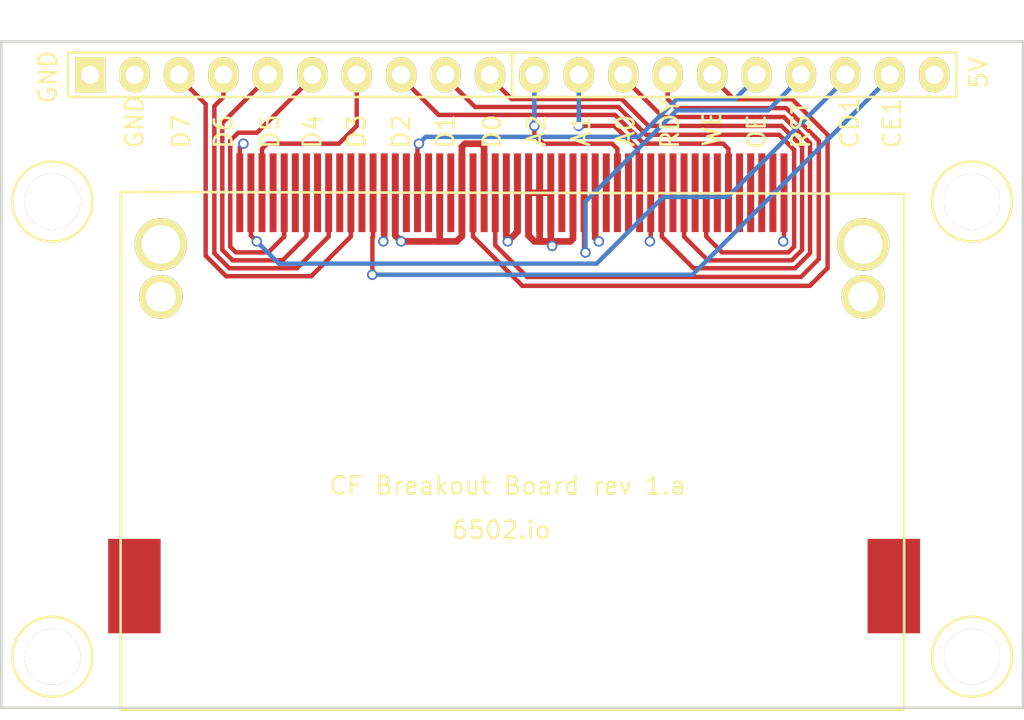
<source format=kicad_pcb>
(kicad_pcb (version 4) (host pcbnew "(2015-08-16 BZR 6097, Git b384c94)-product")

  (general
    (links 33)
    (no_connects 0)
    (area 115.824 77.361 175.768001 118.958)
    (thickness 1.6)
    (drawings 26)
    (tracks 194)
    (zones 0)
    (modules 6)
    (nets 38)
  )

  (page A4)
  (layers
    (0 F.Cu signal)
    (1 In1.Cu power hide)
    (2 In2.Cu power hide)
    (31 B.Cu signal)
    (32 B.Adhes user)
    (33 F.Adhes user)
    (34 B.Paste user)
    (35 F.Paste user)
    (36 B.SilkS user)
    (37 F.SilkS user)
    (38 B.Mask user)
    (39 F.Mask user)
    (40 Dwgs.User user)
    (41 Cmts.User user)
    (42 Eco1.User user)
    (43 Eco2.User user)
    (44 Edge.Cuts user)
    (45 Margin user)
    (46 B.CrtYd user)
    (47 F.CrtYd user)
    (48 B.Fab user)
    (49 F.Fab user)
  )

  (setup
    (last_trace_width 0.25)
    (user_trace_width 0.254)
    (user_trace_width 0.381)
    (user_trace_width 0.635)
    (trace_clearance 0.2)
    (zone_clearance 0.508)
    (zone_45_only no)
    (trace_min 0.2)
    (segment_width 0.2)
    (edge_width 0.15)
    (via_size 0.6)
    (via_drill 0.4)
    (via_min_size 0.4)
    (via_min_drill 0.3)
    (uvia_size 0.3)
    (uvia_drill 0.1)
    (uvias_allowed no)
    (uvia_min_size 0.2)
    (uvia_min_drill 0.1)
    (pcb_text_width 0.3)
    (pcb_text_size 1.5 1.5)
    (mod_edge_width 0.15)
    (mod_text_size 1 1)
    (mod_text_width 0.15)
    (pad_size 3.2 3.2)
    (pad_drill 3.2)
    (pad_to_mask_clearance 0.2)
    (aux_axis_origin 0 0)
    (visible_elements 7FFEFFFF)
    (pcbplotparams
      (layerselection 0x010f0_80000007)
      (usegerberextensions true)
      (excludeedgelayer true)
      (linewidth 0.100000)
      (plotframeref false)
      (viasonmask false)
      (mode 1)
      (useauxorigin false)
      (hpglpennumber 1)
      (hpglpenspeed 20)
      (hpglpendiameter 15)
      (hpglpenoverlay 2)
      (psnegative false)
      (psa4output false)
      (plotreference true)
      (plotvalue true)
      (plotinvisibletext false)
      (padsonsilk false)
      (subtractmaskfromsilk true)
      (outputformat 1)
      (mirror false)
      (drillshape 0)
      (scaleselection 1)
      (outputdirectory Gerbers/))
  )

  (net 0 "")
  (net 1 GND)
  (net 2 /D7)
  (net 3 /D6)
  (net 4 /D5)
  (net 5 /D4)
  (net 6 /D3)
  (net 7 /D2)
  (net 8 /D1)
  (net 9 /D0)
  (net 10 /A2)
  (net 11 /A1)
  (net 12 /A0)
  (net 13 /RD)
  (net 14 /WE)
  (net 15 /OE)
  (net 16 /RST)
  (net 17 /CD1)
  (net 18 /CE1)
  (net 19 +5V)
  (net 20 "Net-(U1-Pad25)")
  (net 21 "Net-(U1-Pad49)")
  (net 22 "Net-(U1-Pad24)")
  (net 23 "Net-(U1-Pad48)")
  (net 24 "Net-(U1-Pad47)")
  (net 25 "Net-(U1-Pad46)")
  (net 26 "Net-(U1-Pad45)")
  (net 27 "Net-(U1-Pad43)")
  (net 28 "Net-(U1-Pad42)")
  (net 29 "Net-(U1-Pad40)")
  (net 30 "Net-(U1-Pad35)")
  (net 31 "Net-(U1-Pad34)")
  (net 32 "Net-(U1-Pad33)")
  (net 33 "Net-(U1-Pad31)")
  (net 34 "Net-(U1-Pad30)")
  (net 35 "Net-(U1-Pad29)")
  (net 36 "Net-(U1-Pad27)")
  (net 37 "Net-(U1-Pad28)")

  (net_class Default "This is the default net class."
    (clearance 0.2)
    (trace_width 0.25)
    (via_dia 0.6)
    (via_drill 0.4)
    (uvia_dia 0.3)
    (uvia_drill 0.1)
    (add_net +5V)
    (add_net /A0)
    (add_net /A1)
    (add_net /A2)
    (add_net /CD1)
    (add_net /CE1)
    (add_net /D0)
    (add_net /D1)
    (add_net /D2)
    (add_net /D3)
    (add_net /D4)
    (add_net /D5)
    (add_net /D6)
    (add_net /D7)
    (add_net /OE)
    (add_net /RD)
    (add_net /RST)
    (add_net /WE)
    (add_net GND)
    (add_net "Net-(U1-Pad24)")
    (add_net "Net-(U1-Pad25)")
    (add_net "Net-(U1-Pad27)")
    (add_net "Net-(U1-Pad28)")
    (add_net "Net-(U1-Pad29)")
    (add_net "Net-(U1-Pad30)")
    (add_net "Net-(U1-Pad31)")
    (add_net "Net-(U1-Pad33)")
    (add_net "Net-(U1-Pad34)")
    (add_net "Net-(U1-Pad35)")
    (add_net "Net-(U1-Pad40)")
    (add_net "Net-(U1-Pad42)")
    (add_net "Net-(U1-Pad43)")
    (add_net "Net-(U1-Pad45)")
    (add_net "Net-(U1-Pad46)")
    (add_net "Net-(U1-Pad47)")
    (add_net "Net-(U1-Pad48)")
    (add_net "Net-(U1-Pad49)")
  )

  (module 6502Library:1pin (layer F.Cu) (tedit 5689353A) (tstamp 568934C4)
    (at 119.761 89.154)
    (descr "module 1 pin (ou trou mecanique de percage)")
    (tags DEV)
    (fp_text reference REF** (at 0 -3.048) (layer F.SilkS) hide
      (effects (font (size 1 1) (thickness 0.15)))
    )
    (fp_text value 1pin (at 0 2.794) (layer F.Fab)
      (effects (font (size 1 1) (thickness 0.15)))
    )
    (fp_circle (center 0 0) (end 0 -2.286) (layer F.SilkS) (width 0.15))
    (pad 1 thru_hole circle (at 0 0) (size 3.2 3.2) (drill 3.2) (layers *.Cu *.Mask F.SilkS))
  )

  (module 6502Library:1pin (layer F.Cu) (tedit 56893481) (tstamp 5689344A)
    (at 172.339 89.154)
    (descr "module 1 pin (ou trou mecanique de percage)")
    (tags DEV)
    (fp_text reference REF** (at 0 -3.048) (layer F.SilkS) hide
      (effects (font (size 1 1) (thickness 0.15)))
    )
    (fp_text value 1pin (at 0 2.794) (layer F.Fab)
      (effects (font (size 1 1) (thickness 0.15)))
    )
    (fp_circle (center 0 0) (end 0 -2.286) (layer F.SilkS) (width 0.15))
    (pad 1 thru_hole circle (at 0 0) (size 3.2 3.2) (drill 3.2) (layers *.Cu *.Mask F.SilkS))
  )

  (module 6502Library:1pin (layer F.Cu) (tedit 5689347D) (tstamp 5689341C)
    (at 172.339 115.189)
    (descr "module 1 pin (ou trou mecanique de percage)")
    (tags DEV)
    (fp_text reference REF** (at 0 -3.048) (layer F.SilkS) hide
      (effects (font (size 1 1) (thickness 0.15)))
    )
    (fp_text value 1pin (at 0 2.794) (layer F.Fab)
      (effects (font (size 1 1) (thickness 0.15)))
    )
    (fp_circle (center 0 0) (end 0 -2.286) (layer F.SilkS) (width 0.15))
    (pad 1 thru_hole circle (at 0 0) (size 3.2 3.2) (drill 3.2) (layers *.Cu *.Mask F.SilkS))
  )

  (module Footprints:Socket_Strip_Straight_1x20 (layer F.Cu) (tedit 56893247) (tstamp 5687E9D3)
    (at 121.92 81.915)
    (descr "Through hole socket strip")
    (tags "socket strip")
    (path /56874BCE)
    (fp_text reference P1 (at -4.191 0) (layer F.SilkS) hide
      (effects (font (size 1 1) (thickness 0.15)))
    )
    (fp_text value CONN_01X20 (at 23.622 -3.429) (layer F.Fab)
      (effects (font (size 1 1) (thickness 0.15)))
    )
    (fp_line (start 24.13 -1.27) (end 24.13 1.27) (layer F.SilkS) (width 0.15))
    (fp_line (start -1.143 -1.27) (end -1.27 -1.27) (layer F.SilkS) (width 0.15))
    (fp_line (start -1.27 -1.27) (end -1.27 1.27) (layer F.SilkS) (width 0.15))
    (fp_line (start -1.27 1.27) (end -1.143 1.27) (layer F.SilkS) (width 0.15))
    (fp_line (start 1.27 1.27) (end -1.143 1.27) (layer F.SilkS) (width 0.15))
    (fp_line (start -1.143 -1.27) (end 1.27 -1.27) (layer F.SilkS) (width 0.15))
    (fp_line (start -1.75 -1.75) (end -1.75 1.75) (layer F.CrtYd) (width 0.05))
    (fp_line (start 50.05 -1.75) (end 50.05 1.75) (layer F.CrtYd) (width 0.05))
    (fp_line (start -1.75 -1.75) (end 50.05 -1.75) (layer F.CrtYd) (width 0.05))
    (fp_line (start -1.75 1.75) (end 50.05 1.75) (layer F.CrtYd) (width 0.05))
    (fp_line (start 1.27 1.27) (end 49.53 1.27) (layer F.SilkS) (width 0.15))
    (fp_line (start 49.53 1.27) (end 49.53 -1.27) (layer F.SilkS) (width 0.15))
    (fp_line (start 49.53 -1.27) (end 1.27 -1.27) (layer F.SilkS) (width 0.15))
    (pad 1 thru_hole rect (at 0 0) (size 1.7272 2.032) (drill 1.016) (layers *.Cu *.Mask F.SilkS)
      (net 1 GND))
    (pad 2 thru_hole oval (at 2.54 0) (size 1.7272 2.032) (drill 1.016) (layers *.Cu *.Mask F.SilkS)
      (net 1 GND))
    (pad 3 thru_hole oval (at 5.08 0) (size 1.7272 2.032) (drill 1.016) (layers *.Cu *.Mask F.SilkS)
      (net 2 /D7))
    (pad 4 thru_hole oval (at 7.62 0) (size 1.7272 2.032) (drill 1.016) (layers *.Cu *.Mask F.SilkS)
      (net 3 /D6))
    (pad 5 thru_hole oval (at 10.16 0) (size 1.7272 2.032) (drill 1.016) (layers *.Cu *.Mask F.SilkS)
      (net 4 /D5))
    (pad 6 thru_hole oval (at 12.7 0) (size 1.7272 2.032) (drill 1.016) (layers *.Cu *.Mask F.SilkS)
      (net 5 /D4))
    (pad 7 thru_hole oval (at 15.24 0) (size 1.7272 2.032) (drill 1.016) (layers *.Cu *.Mask F.SilkS)
      (net 6 /D3))
    (pad 8 thru_hole oval (at 17.78 0) (size 1.7272 2.032) (drill 1.016) (layers *.Cu *.Mask F.SilkS)
      (net 7 /D2))
    (pad 9 thru_hole oval (at 20.32 0) (size 1.7272 2.032) (drill 1.016) (layers *.Cu *.Mask F.SilkS)
      (net 8 /D1))
    (pad 10 thru_hole oval (at 22.86 0) (size 1.7272 2.032) (drill 1.016) (layers *.Cu *.Mask F.SilkS)
      (net 9 /D0))
    (pad 11 thru_hole oval (at 25.4 0) (size 1.7272 2.032) (drill 1.016) (layers *.Cu *.Mask F.SilkS)
      (net 10 /A2))
    (pad 12 thru_hole oval (at 27.94 0) (size 1.7272 2.032) (drill 1.016) (layers *.Cu *.Mask F.SilkS)
      (net 11 /A1))
    (pad 13 thru_hole oval (at 30.48 0) (size 1.7272 2.032) (drill 1.016) (layers *.Cu *.Mask F.SilkS)
      (net 12 /A0))
    (pad 14 thru_hole oval (at 33.02 0) (size 1.7272 2.032) (drill 1.016) (layers *.Cu *.Mask F.SilkS)
      (net 13 /RD))
    (pad 15 thru_hole oval (at 35.56 0) (size 1.7272 2.032) (drill 1.016) (layers *.Cu *.Mask F.SilkS)
      (net 14 /WE))
    (pad 16 thru_hole oval (at 38.1 0) (size 1.7272 2.032) (drill 1.016) (layers *.Cu *.Mask F.SilkS)
      (net 15 /OE))
    (pad 17 thru_hole oval (at 40.64 0) (size 1.7272 2.032) (drill 1.016) (layers *.Cu *.Mask F.SilkS)
      (net 16 /RST))
    (pad 18 thru_hole oval (at 43.18 0) (size 1.7272 2.032) (drill 1.016) (layers *.Cu *.Mask F.SilkS)
      (net 17 /CD1))
    (pad 19 thru_hole oval (at 45.72 0) (size 1.7272 2.032) (drill 1.016) (layers *.Cu *.Mask F.SilkS)
      (net 18 /CE1))
    (pad 20 thru_hole oval (at 48.26 0) (size 1.7272 2.032) (drill 1.016) (layers *.Cu *.Mask F.SilkS)
      (net 19 +5V))
    (model Socket_Strips.3dshapes/Socket_Strip_Straight_1x20.wrl
      (at (xyz 0.95 0 0))
      (scale (xyz 1 1 1))
      (rotate (xyz 0 0 180))
    )
  )

  (module Footprints:CompactFlashSocket (layer F.Cu) (tedit 5689324E) (tstamp 5687EA0F)
    (at 145.161 104.013)
    (path /5683F9BB)
    (fp_text reference U1 (at 0.14 -0.19) (layer F.SilkS) hide
      (effects (font (size 1 1) (thickness 0.15)))
    )
    (fp_text value CompactFlashCard (at 0 -20.75) (layer F.Fab)
      (effects (font (size 1 1) (thickness 0.15)))
    )
    (fp_line (start -21.5 14.2) (end 23.3 14.2) (layer F.SilkS) (width 0.15))
    (fp_line (start 23.3 14.2) (end 23.3 -15.3) (layer F.SilkS) (width 0.15))
    (fp_line (start 23.3 -15.3) (end -21.5 -15.4) (layer F.SilkS) (width 0.15))
    (fp_line (start -21.5 -15.4) (end -21.5 14.2) (layer F.SilkS) (width 0.15))
    (pad "" smd rect (at 22.708 7.134) (size 3 5.4) (layers F.Cu F.Paste F.Mask))
    (pad "" thru_hole circle (at 20.96 -9.4) (size 2.5 2.5) (drill 1.7) (layers *.Cu *.Mask F.SilkS))
    (pad "" thru_hole circle (at -19.2 -9.4) (size 2.5 2.5) (drill 1.7) (layers *.Cu *.Mask F.SilkS))
    (pad "" thru_hole circle (at 20.96 -12.4) (size 3 3) (drill 2.2) (layers *.Cu *.Mask F.SilkS))
    (pad 50 smd rect (at 16.429 -15.354) (size 0.4 4.5) (layers F.Cu F.Paste F.Mask)
      (net 1 GND))
    (pad 25 smd rect (at 15.794 -15.354) (size 0.4 4.5) (layers F.Cu F.Paste F.Mask)
      (net 20 "Net-(U1-Pad25)"))
    (pad 49 smd rect (at 15.159 -15.354) (size 0.4 4.5) (layers F.Cu F.Paste F.Mask)
      (net 21 "Net-(U1-Pad49)"))
    (pad 24 smd rect (at 14.524 -15.354) (size 0.4 4.5) (layers F.Cu F.Paste F.Mask)
      (net 22 "Net-(U1-Pad24)"))
    (pad 48 smd rect (at 13.889 -15.354) (size 0.4 4.5) (layers F.Cu F.Paste F.Mask)
      (net 23 "Net-(U1-Pad48)"))
    (pad 23 smd rect (at 13.254 -15.354) (size 0.4 4.5) (layers F.Cu F.Paste F.Mask)
      (net 7 /D2))
    (pad 47 smd rect (at 12.619 -15.354) (size 0.4 4.5) (layers F.Cu F.Paste F.Mask)
      (net 24 "Net-(U1-Pad47)"))
    (pad 22 smd rect (at 11.984 -15.354) (size 0.4 4.5) (layers F.Cu F.Paste F.Mask)
      (net 8 /D1))
    (pad 46 smd rect (at 11.349 -15.354) (size 0.4 4.5) (layers F.Cu F.Paste F.Mask)
      (net 25 "Net-(U1-Pad46)"))
    (pad 21 smd rect (at 10.714 -15.354) (size 0.4 4.5) (layers F.Cu F.Paste F.Mask)
      (net 9 /D0))
    (pad 45 smd rect (at 10.079 -15.354) (size 0.4 4.5) (layers F.Cu F.Paste F.Mask)
      (net 26 "Net-(U1-Pad45)"))
    (pad 20 smd rect (at 9.444 -15.354) (size 0.4 4.5) (layers F.Cu F.Paste F.Mask)
      (net 12 /A0))
    (pad 44 smd rect (at 8.809 -15.354) (size 0.4 4.5) (layers F.Cu F.Paste F.Mask)
      (net 19 +5V))
    (pad 19 smd rect (at 8.174 -15.354) (size 0.4 4.5) (layers F.Cu F.Paste F.Mask)
      (net 11 /A1))
    (pad 43 smd rect (at 7.539 -15.354) (size 0.4 4.5) (layers F.Cu F.Paste F.Mask)
      (net 27 "Net-(U1-Pad43)"))
    (pad 18 smd rect (at 6.904 -15.354) (size 0.4 4.5) (layers F.Cu F.Paste F.Mask)
      (net 10 /A2))
    (pad 42 smd rect (at 6.269 -15.354) (size 0.4 4.5) (layers F.Cu F.Paste F.Mask)
      (net 28 "Net-(U1-Pad42)"))
    (pad 17 smd rect (at 5.634 -15.354) (size 0.4 4.5) (layers F.Cu F.Paste F.Mask)
      (net 1 GND))
    (pad 41 smd rect (at 4.999 -15.354) (size 0.4 4.5) (layers F.Cu F.Paste F.Mask)
      (net 16 /RST))
    (pad 16 smd rect (at 4.364 -15.354) (size 0.4 4.5) (layers F.Cu F.Paste F.Mask)
      (net 1 GND))
    (pad 40 smd rect (at 3.729 -15.354) (size 0.4 4.5) (layers F.Cu F.Paste F.Mask)
      (net 29 "Net-(U1-Pad40)"))
    (pad 15 smd rect (at 3.094 -15.354) (size 0.4 4.5) (layers F.Cu F.Paste F.Mask)
      (net 1 GND))
    (pad 39 smd rect (at 2.459 -15.354) (size 0.4 4.5) (layers F.Cu F.Paste F.Mask)
      (net 1 GND))
    (pad 14 smd rect (at 1.824 -15.354) (size 0.4 4.5) (layers F.Cu F.Paste F.Mask)
      (net 1 GND))
    (pad 38 smd rect (at 1.189 -15.354) (size 0.4 4.5) (layers F.Cu F.Paste F.Mask)
      (net 19 +5V))
    (pad 13 smd rect (at 0.554 -15.354) (size 0.4 4.5) (layers F.Cu F.Paste F.Mask)
      (net 19 +5V))
    (pad 37 smd rect (at -0.081 -15.354) (size 0.4 4.5) (layers F.Cu F.Paste F.Mask)
      (net 13 /RD))
    (pad 12 smd rect (at -0.716 -15.354) (size 0.4 4.5) (layers F.Cu F.Paste F.Mask)
      (net 1 GND))
    (pad 36 smd rect (at -1.351 -15.354) (size 0.4 4.5) (layers F.Cu F.Paste F.Mask)
      (net 14 /WE))
    (pad 11 smd rect (at -1.986 -15.354) (size 0.4 4.5) (layers F.Cu F.Paste F.Mask)
      (net 1 GND))
    (pad 35 smd rect (at -2.621 -15.354) (size 0.4 4.5) (layers F.Cu F.Paste F.Mask)
      (net 30 "Net-(U1-Pad35)"))
    (pad 10 smd rect (at -3.256 -15.354) (size 0.4 4.5) (layers F.Cu F.Paste F.Mask)
      (net 1 GND))
    (pad 34 smd rect (at -3.891 -15.354) (size 0.4 4.5) (layers F.Cu F.Paste F.Mask)
      (net 31 "Net-(U1-Pad34)"))
    (pad 9 smd rect (at -4.526 -15.354) (size 0.4 4.5) (layers F.Cu F.Paste F.Mask)
      (net 15 /OE))
    (pad 33 smd rect (at -5.161 -15.354) (size 0.4 4.5) (layers F.Cu F.Paste F.Mask)
      (net 32 "Net-(U1-Pad33)"))
    (pad 8 smd rect (at -5.796 -15.354) (size 0.4 4.5) (layers F.Cu F.Paste F.Mask)
      (net 1 GND))
    (pad 32 smd rect (at -6.431 -15.354) (size 0.4 4.5) (layers F.Cu F.Paste F.Mask)
      (net 19 +5V))
    (pad 31 smd rect (at -7.701 -15.354) (size 0.4 4.5) (layers F.Cu F.Paste F.Mask)
      (net 33 "Net-(U1-Pad31)"))
    (pad 7 smd rect (at -7.066 -15.354) (size 0.4 4.5) (layers F.Cu F.Paste F.Mask)
      (net 18 /CE1))
    (pad 6 smd rect (at -8.336 -15.354) (size 0.4 4.5) (layers F.Cu F.Paste F.Mask)
      (net 2 /D7))
    (pad 30 smd rect (at -8.971 -15.354) (size 0.4 4.5) (layers F.Cu F.Paste F.Mask)
      (net 34 "Net-(U1-Pad30)"))
    (pad 5 smd rect (at -9.606 -15.354) (size 0.4 4.5) (layers F.Cu F.Paste F.Mask)
      (net 3 /D6))
    (pad 29 smd rect (at -10.241 -15.354) (size 0.4 4.5) (layers F.Cu F.Paste F.Mask)
      (net 35 "Net-(U1-Pad29)"))
    (pad 4 smd rect (at -10.876 -15.354) (size 0.4 4.5) (layers F.Cu F.Paste F.Mask)
      (net 4 /D5))
    (pad 3 smd rect (at -12.146 -15.354) (size 0.4 4.5) (layers F.Cu F.Paste F.Mask)
      (net 5 /D4))
    (pad 27 smd rect (at -12.781 -15.354) (size 0.4 4.5) (layers F.Cu F.Paste F.Mask)
      (net 36 "Net-(U1-Pad27)"))
    (pad 2 smd rect (at -13.416 -15.354) (size 0.4 4.5) (layers F.Cu F.Paste F.Mask)
      (net 6 /D3))
    (pad 26 smd rect (at -14.051 -15.354) (size 0.4 4.5) (layers F.Cu F.Paste F.Mask)
      (net 17 /CD1))
    (pad 1 smd rect (at -14.686 -15.354) (size 0.4 4.5) (layers F.Cu F.Paste F.Mask)
      (net 1 GND))
    (pad "" thru_hole circle (at -19.2 -12.4) (size 3 3) (drill 2.2) (layers *.Cu *.Mask F.SilkS))
    (pad 28 smd rect (at -11.511 -15.354) (size 0.4 4.5) (layers F.Cu F.Paste F.Mask)
      (net 37 "Net-(U1-Pad28)"))
    (pad "" smd rect (at -20.712 7.134) (size 3 5.4) (layers F.Cu F.Paste F.Mask))
  )

  (module 6502Library:1pin (layer F.Cu) (tedit 56893540) (tstamp 5687EB49)
    (at 119.761 115.189)
    (descr "module 1 pin (ou trou mecanique de percage)")
    (tags DEV)
    (fp_text reference REF** (at 0 -3.048) (layer F.SilkS) hide
      (effects (font (size 1 1) (thickness 0.15)))
    )
    (fp_text value 1pin (at 0 2.794) (layer F.Fab)
      (effects (font (size 1 1) (thickness 0.15)))
    )
    (fp_circle (center 0 0) (end 0 -2.286) (layer F.SilkS) (width 0.15))
    (pad 1 thru_hole circle (at 0 0) (size 3.2 3.2) (drill 3.2) (layers *.Cu *.Mask F.SilkS))
  )

  (gr_text 6502.io (at 145.415 107.95) (layer F.SilkS)
    (effects (font (size 1 1) (thickness 0.15)))
  )
  (gr_text "CF Breakout Board rev 1.a" (at 145.796 105.41) (layer F.SilkS)
    (effects (font (size 1 1) (thickness 0.15)))
  )
  (gr_text 5V (at 172.72 82.804 90) (layer F.SilkS)
    (effects (font (size 1 1) (thickness 0.15)) (justify left))
  )
  (gr_text CE1 (at 167.767 86.233 90) (layer F.SilkS)
    (effects (font (size 1 1) (thickness 0.15)) (justify left))
  )
  (gr_text CD1 (at 165.354 86.233 90) (layer F.SilkS)
    (effects (font (size 1 1) (thickness 0.15)) (justify left))
  )
  (gr_text RST (at 162.56 86.233 90) (layer F.SilkS)
    (effects (font (size 1 1) (thickness 0.15)) (justify left))
  )
  (gr_text OE (at 160.02 86.233 90) (layer F.SilkS)
    (effects (font (size 1 1) (thickness 0.15)) (justify left))
  )
  (gr_text WE (at 157.48 86.106 90) (layer F.SilkS)
    (effects (font (size 1 1) (thickness 0.15)) (justify left))
  )
  (gr_text RDY (at 155.067 86.233 90) (layer F.SilkS)
    (effects (font (size 1 1) (thickness 0.15)) (justify left))
  )
  (gr_text A0 (at 152.527 86.106 90) (layer F.SilkS)
    (effects (font (size 1 1) (thickness 0.15)) (justify left))
  )
  (gr_text A1 (at 149.987 86.106 90) (layer F.SilkS)
    (effects (font (size 1 1) (thickness 0.15)) (justify left))
  )
  (gr_text A2 (at 147.447 86.106 90) (layer F.SilkS)
    (effects (font (size 1 1) (thickness 0.15)) (justify left))
  )
  (gr_text D0 (at 144.907 86.233 90) (layer F.SilkS)
    (effects (font (size 1 1) (thickness 0.15)) (justify left))
  )
  (gr_text D1 (at 142.24 86.233 90) (layer F.SilkS)
    (effects (font (size 1 1) (thickness 0.15)) (justify left))
  )
  (gr_text D2 (at 139.7 86.233 90) (layer F.SilkS)
    (effects (font (size 1 1) (thickness 0.15)) (justify left))
  )
  (gr_text D3 (at 137.16 86.233 90) (layer F.SilkS)
    (effects (font (size 1 1) (thickness 0.15)) (justify left))
  )
  (gr_text D4 (at 134.62 86.233 90) (layer F.SilkS)
    (effects (font (size 1 1) (thickness 0.15)) (justify left))
  )
  (gr_text D5 (at 132.207 86.233 90) (layer F.SilkS)
    (effects (font (size 1 1) (thickness 0.15)) (justify left))
  )
  (gr_text D6 (at 129.54 86.233 90) (layer F.SilkS)
    (effects (font (size 1 1) (thickness 0.15)) (justify left))
  )
  (gr_text D7 (at 127.127 86.233 90) (layer F.SilkS)
    (effects (font (size 1 1) (thickness 0.15)) (justify left))
  )
  (gr_text GND (at 124.46 86.233 90) (layer F.SilkS)
    (effects (font (size 1 1) (thickness 0.15)) (justify left))
  )
  (gr_text GND (at 119.507 82.042 90) (layer F.SilkS)
    (effects (font (size 1 1) (thickness 0.15)))
  )
  (gr_line (start 116.84 118.11) (end 116.84 80.01) (angle 90) (layer Edge.Cuts) (width 0.15))
  (gr_line (start 175.26 118.11) (end 116.84 118.11) (angle 90) (layer Edge.Cuts) (width 0.15))
  (gr_line (start 175.26 80.01) (end 175.26 118.11) (angle 90) (layer Edge.Cuts) (width 0.15))
  (gr_line (start 116.84 80.01) (end 175.26 80.01) (angle 90) (layer Edge.Cuts) (width 0.15))

  (segment (start 130.475 88.659) (end 130.475 86.06) (width 0.254) (layer F.Cu) (net 1))
  (segment (start 130.475 86.06) (end 130.683 85.852) (width 0.254) (layer F.Cu) (net 1))
  (via (at 130.683 85.852) (size 0.6) (drill 0.4) (layers F.Cu B.Cu) (net 1))
  (segment (start 150.795 88.659) (end 150.795 91.232) (width 0.381) (layer F.Cu) (net 1))
  (segment (start 150.795 91.232) (end 151.003 91.44) (width 0.381) (layer F.Cu) (net 1))
  (via (at 151.003 91.44) (size 0.6) (drill 0.4) (layers F.Cu B.Cu) (net 1))
  (segment (start 148.336 91.44) (end 148.336 91.694) (width 0.381) (layer F.Cu) (net 1))
  (via (at 148.336 91.694) (size 0.6) (drill 0.4) (layers F.Cu B.Cu) (net 1))
  (segment (start 149.525 88.659) (end 149.525 91.29) (width 0.381) (layer F.Cu) (net 1))
  (segment (start 149.525 91.29) (end 149.375 91.44) (width 0.381) (layer F.Cu) (net 1))
  (segment (start 149.375 91.44) (end 148.336 91.44) (width 0.381) (layer F.Cu) (net 1))
  (segment (start 144.445 88.659) (end 144.445 86.028) (width 0.381) (layer F.Cu) (net 1))
  (segment (start 144.445 86.028) (end 144.269 85.852) (width 0.381) (layer F.Cu) (net 1))
  (segment (start 144.269 85.852) (end 143.351 85.852) (width 0.381) (layer F.Cu) (net 1))
  (segment (start 143.351 85.852) (end 143.175 86.028) (width 0.381) (layer F.Cu) (net 1))
  (segment (start 143.175 86.028) (end 143.175 88.659) (width 0.381) (layer F.Cu) (net 1))
  (segment (start 143.175 88.659) (end 143.175 91.14) (width 0.381) (layer F.Cu) (net 1))
  (segment (start 142.875 91.44) (end 141.905 91.44) (width 0.381) (layer F.Cu) (net 1) (tstamp 568930DE))
  (segment (start 143.175 91.14) (end 142.875 91.44) (width 0.381) (layer F.Cu) (net 1) (tstamp 568930DC))
  (segment (start 141.905 88.659) (end 141.905 91.44) (width 0.381) (layer F.Cu) (net 1))
  (segment (start 141.905 91.44) (end 141.732 91.44) (width 0.381) (layer F.Cu) (net 1) (tstamp 56882754))
  (segment (start 139.365 91.105) (end 139.7 91.44) (width 0.381) (layer F.Cu) (net 1) (tstamp 56882732))
  (via (at 139.7 91.44) (size 0.6) (drill 0.4) (layers F.Cu B.Cu) (net 1))
  (segment (start 139.365 91.105) (end 139.365 88.659) (width 0.381) (layer F.Cu) (net 1))
  (segment (start 141.732 91.44) (end 139.7 91.44) (width 0.381) (layer F.Cu) (net 1) (tstamp 56882757))
  (segment (start 148.255 88.659) (end 148.255 91.44) (width 0.381) (layer F.Cu) (net 1))
  (segment (start 148.255 91.44) (end 148.336 91.44) (width 0.381) (layer F.Cu) (net 1) (tstamp 568826D3))
  (segment (start 147.62 88.659) (end 147.62 91.44) (width 0.381) (layer F.Cu) (net 1))
  (segment (start 147.62 91.44) (end 147.828 91.44) (width 0.381) (layer F.Cu) (net 1) (tstamp 568826CD))
  (segment (start 146.985 88.659) (end 146.985 91.105) (width 0.381) (layer F.Cu) (net 1))
  (segment (start 146.985 91.105) (end 147.32 91.44) (width 0.381) (layer F.Cu) (net 1) (tstamp 568826C3))
  (segment (start 147.32 91.44) (end 147.828 91.44) (width 0.381) (layer F.Cu) (net 1) (tstamp 568826C8))
  (segment (start 147.828 91.44) (end 148.336 91.44) (width 0.381) (layer F.Cu) (net 1) (tstamp 568826D1))
  (segment (start 147.62 88.659) (end 148.255 88.659) (width 0.381) (layer F.Cu) (net 1))
  (segment (start 146.985 88.659) (end 147.62 88.659) (width 0.381) (layer F.Cu) (net 1))
  (segment (start 161.59 88.659) (end 161.59 91.394) (width 0.254) (layer F.Cu) (net 1))
  (via (at 161.544 91.44) (size 0.6) (drill 0.4) (layers F.Cu B.Cu) (net 1))
  (segment (start 161.59 91.394) (end 161.544 91.44) (width 0.254) (layer F.Cu) (net 1) (tstamp 568825C2))
  (segment (start 128.524 92.262163) (end 128.524 83.5914) (width 0.254) (layer F.Cu) (net 2))
  (segment (start 128.524 83.5914) (end 127 82.0674) (width 0.254) (layer F.Cu) (net 2))
  (segment (start 127 82.0674) (end 127 81.915) (width 0.254) (layer F.Cu) (net 2))
  (segment (start 136.825 88.659) (end 136.825 91.163) (width 0.254) (layer F.Cu) (net 2))
  (segment (start 136.825 91.163) (end 134.558969 93.429031) (width 0.254) (layer F.Cu) (net 2))
  (segment (start 134.558969 93.429031) (end 129.690868 93.429031) (width 0.254) (layer F.Cu) (net 2))
  (segment (start 129.690868 93.429031) (end 128.524 92.262163) (width 0.254) (layer F.Cu) (net 2))
  (segment (start 135.555 88.659) (end 135.555 91.163) (width 0.254) (layer F.Cu) (net 3))
  (segment (start 135.555 91.163) (end 133.742979 92.975021) (width 0.254) (layer F.Cu) (net 3))
  (segment (start 133.742979 92.975021) (end 129.878925 92.975021) (width 0.254) (layer F.Cu) (net 3))
  (segment (start 129.878925 92.975021) (end 129.020979 92.117075) (width 0.254) (layer F.Cu) (net 3))
  (segment (start 129.020979 92.117075) (end 129.020979 83.704021) (width 0.254) (layer F.Cu) (net 3))
  (segment (start 129.020979 83.704021) (end 129.54 83.185) (width 0.254) (layer F.Cu) (net 3))
  (segment (start 129.54 83.185) (end 129.54 81.915) (width 0.254) (layer F.Cu) (net 3))
  (segment (start 129.474989 91.929018) (end 129.474989 84.672411) (width 0.254) (layer F.Cu) (net 4))
  (segment (start 130.066982 92.521011) (end 129.474989 91.929018) (width 0.254) (layer F.Cu) (net 4))
  (segment (start 134.285 91.163) (end 132.926989 92.521011) (width 0.254) (layer F.Cu) (net 4))
  (segment (start 132.926989 92.521011) (end 130.066982 92.521011) (width 0.254) (layer F.Cu) (net 4))
  (segment (start 134.285 88.659) (end 134.285 91.163) (width 0.254) (layer F.Cu) (net 4))
  (segment (start 129.474989 84.672411) (end 132.08 82.0674) (width 0.254) (layer F.Cu) (net 4))
  (segment (start 132.08 82.0674) (end 132.08 81.915) (width 0.254) (layer F.Cu) (net 4))
  (segment (start 134.62 82.0674) (end 134.62 81.915) (width 0.254) (layer F.Cu) (net 5))
  (segment (start 131.462401 85.224999) (end 134.62 82.0674) (width 0.254) (layer F.Cu) (net 5))
  (segment (start 129.928999 85.678039) (end 130.382039 85.224999) (width 0.254) (layer F.Cu) (net 5))
  (segment (start 130.382039 85.224999) (end 131.462401 85.224999) (width 0.254) (layer F.Cu) (net 5))
  (segment (start 132.110999 92.067001) (end 130.255039 92.067001) (width 0.254) (layer F.Cu) (net 5))
  (segment (start 130.255039 92.067001) (end 129.928999 91.740961) (width 0.254) (layer F.Cu) (net 5))
  (segment (start 133.015 91.163) (end 132.110999 92.067001) (width 0.254) (layer F.Cu) (net 5))
  (segment (start 129.928999 91.740961) (end 129.928999 85.678039) (width 0.254) (layer F.Cu) (net 5))
  (segment (start 133.015 88.659) (end 133.015 91.163) (width 0.254) (layer F.Cu) (net 5))
  (segment (start 136.144 85.852) (end 137.16 84.836) (width 0.254) (layer F.Cu) (net 6))
  (segment (start 137.16 84.836) (end 137.16 81.915) (width 0.254) (layer F.Cu) (net 6))
  (segment (start 132.048 85.852) (end 136.144 85.852) (width 0.254) (layer F.Cu) (net 6))
  (segment (start 131.745 88.659) (end 131.745 86.155) (width 0.254) (layer F.Cu) (net 6))
  (segment (start 131.745 86.155) (end 132.048 85.852) (width 0.254) (layer F.Cu) (net 6))
  (segment (start 139.7 82.0674) (end 139.7 81.915) (width 0.254) (layer F.Cu) (net 7))
  (segment (start 151.930668 84.208999) (end 141.841599 84.208999) (width 0.254) (layer F.Cu) (net 7))
  (segment (start 158.112 85.852) (end 153.573669 85.852) (width 0.254) (layer F.Cu) (net 7))
  (segment (start 153.573669 85.852) (end 151.930668 84.208999) (width 0.254) (layer F.Cu) (net 7))
  (segment (start 158.415 86.155) (end 158.112 85.852) (width 0.254) (layer F.Cu) (net 7))
  (segment (start 158.415 88.659) (end 158.415 86.155) (width 0.254) (layer F.Cu) (net 7))
  (segment (start 141.841599 84.208999) (end 139.7 82.0674) (width 0.254) (layer F.Cu) (net 7))
  (segment (start 153.707735 85.344) (end 152.118724 83.754989) (width 0.254) (layer F.Cu) (net 8))
  (segment (start 161.844961 92.067001) (end 162.171001 91.740961) (width 0.254) (layer F.Cu) (net 8))
  (segment (start 157.145 91.163) (end 158.049001 92.067001) (width 0.254) (layer F.Cu) (net 8))
  (segment (start 157.145 88.659) (end 157.145 91.163) (width 0.254) (layer F.Cu) (net 8))
  (segment (start 143.927589 83.754989) (end 142.24 82.0674) (width 0.254) (layer F.Cu) (net 8))
  (segment (start 162.171001 91.740961) (end 162.171001 86.201399) (width 0.254) (layer F.Cu) (net 8))
  (segment (start 158.049001 92.067001) (end 161.844961 92.067001) (width 0.254) (layer F.Cu) (net 8))
  (segment (start 161.313602 85.344) (end 153.707735 85.344) (width 0.254) (layer F.Cu) (net 8))
  (segment (start 152.118724 83.754989) (end 143.927589 83.754989) (width 0.254) (layer F.Cu) (net 8))
  (segment (start 162.171001 86.201399) (end 161.313602 85.344) (width 0.254) (layer F.Cu) (net 8))
  (segment (start 142.24 82.0674) (end 142.24 81.915) (width 0.254) (layer F.Cu) (net 8))
  (segment (start 144.78 82.0674) (end 144.78 81.915) (width 0.254) (layer F.Cu) (net 9))
  (segment (start 146.013579 83.300979) (end 144.78 82.0674) (width 0.254) (layer F.Cu) (net 9))
  (segment (start 153.841801 84.836) (end 152.30678 83.300979) (width 0.254) (layer F.Cu) (net 9))
  (segment (start 162.625011 86.013342) (end 161.447669 84.836) (width 0.254) (layer F.Cu) (net 9))
  (segment (start 152.30678 83.300979) (end 146.013579 83.300979) (width 0.254) (layer F.Cu) (net 9))
  (segment (start 162.033018 92.521011) (end 162.625011 91.929018) (width 0.254) (layer F.Cu) (net 9))
  (segment (start 157.233011 92.521011) (end 162.033018 92.521011) (width 0.254) (layer F.Cu) (net 9))
  (segment (start 155.875 91.163) (end 157.233011 92.521011) (width 0.254) (layer F.Cu) (net 9))
  (segment (start 155.875 88.659) (end 155.875 91.163) (width 0.254) (layer F.Cu) (net 9))
  (segment (start 162.625011 91.929018) (end 162.625011 86.013342) (width 0.254) (layer F.Cu) (net 9))
  (segment (start 161.447669 84.836) (end 153.841801 84.836) (width 0.254) (layer F.Cu) (net 9))
  (segment (start 147.32 85.344) (end 147.32 84.836) (width 0.254) (layer F.Cu) (net 10))
  (segment (start 147.828 85.852) (end 147.32 85.344) (width 0.254) (layer F.Cu) (net 10))
  (segment (start 148.336 85.852) (end 147.828 85.852) (width 0.254) (layer F.Cu) (net 10))
  (segment (start 151.762 85.852) (end 148.336 85.852) (width 0.254) (layer F.Cu) (net 10))
  (segment (start 152.065 88.659) (end 152.065 86.155) (width 0.254) (layer F.Cu) (net 10))
  (segment (start 152.065 86.155) (end 151.762 85.852) (width 0.254) (layer F.Cu) (net 10))
  (segment (start 147.32 84.836) (end 147.32 81.915) (width 0.254) (layer B.Cu) (net 10))
  (via (at 147.32 84.836) (size 0.6) (drill 0.4) (layers F.Cu B.Cu) (net 10))
  (segment (start 147.32 82.0674) (end 147.32 81.915) (width 0.254) (layer F.Cu) (net 10))
  (segment (start 151.892 84.836) (end 149.86 84.836) (width 0.254) (layer F.Cu) (net 11))
  (segment (start 152.4 85.344) (end 151.892 84.836) (width 0.254) (layer F.Cu) (net 11))
  (segment (start 152.423602 85.344) (end 152.4 85.344) (width 0.254) (layer F.Cu) (net 11))
  (segment (start 153.227001 86.147399) (end 152.423602 85.344) (width 0.254) (layer F.Cu) (net 11))
  (via (at 149.86 84.836) (size 0.6) (drill 0.4) (layers F.Cu B.Cu) (net 11))
  (segment (start 149.86 84.836) (end 149.86 81.915) (width 0.254) (layer B.Cu) (net 11))
  (segment (start 153.335 88.659) (end 153.227001 88.551001) (width 0.254) (layer F.Cu) (net 11))
  (segment (start 153.227001 88.551001) (end 153.227001 86.147399) (width 0.254) (layer F.Cu) (net 11))
  (segment (start 149.86 81.788) (end 149.86 81.915) (width 0.254) (layer F.Cu) (net 11))
  (segment (start 149.86 81.915) (end 149.86 82.0674) (width 0.254) (layer F.Cu) (net 11))
  (segment (start 154.605 88.659) (end 154.605 91.163) (width 0.254) (layer F.Cu) (net 12))
  (segment (start 152.4 82.0674) (end 152.4 81.915) (width 0.254) (layer F.Cu) (net 12))
  (segment (start 156.417021 92.975021) (end 162.221075 92.975021) (width 0.254) (layer F.Cu) (net 12))
  (segment (start 154.605 91.163) (end 156.417021 92.975021) (width 0.254) (layer F.Cu) (net 12))
  (segment (start 162.221075 92.975021) (end 163.079021 92.117075) (width 0.254) (layer F.Cu) (net 12))
  (segment (start 163.079021 92.117075) (end 163.079021 85.825285) (width 0.254) (layer F.Cu) (net 12))
  (segment (start 161.581736 84.328) (end 154.6606 84.328) (width 0.254) (layer F.Cu) (net 12))
  (segment (start 163.079021 85.825285) (end 161.581736 84.328) (width 0.254) (layer F.Cu) (net 12))
  (segment (start 154.6606 84.328) (end 152.4 82.0674) (width 0.254) (layer F.Cu) (net 12))
  (segment (start 145.08 88.659) (end 145.08 91.651962) (width 0.254) (layer F.Cu) (net 13))
  (segment (start 163.576 92.456) (end 163.576 85.680198) (width 0.254) (layer F.Cu) (net 13))
  (segment (start 145.08 91.651962) (end 146.900038 93.472) (width 0.254) (layer F.Cu) (net 13))
  (segment (start 146.900038 93.472) (end 162.56 93.472) (width 0.254) (layer F.Cu) (net 13))
  (segment (start 162.56 93.472) (end 163.576 92.456) (width 0.254) (layer F.Cu) (net 13))
  (segment (start 163.576 85.680198) (end 161.715802 83.82) (width 0.254) (layer F.Cu) (net 13))
  (segment (start 161.715802 83.82) (end 155.448 83.82) (width 0.254) (layer F.Cu) (net 13))
  (segment (start 155.448 83.82) (end 154.94 83.312) (width 0.254) (layer F.Cu) (net 13))
  (segment (start 154.94 83.312) (end 154.94 81.915) (width 0.254) (layer F.Cu) (net 13))
  (segment (start 143.81 88.659) (end 143.81 91.163) (width 0.254) (layer F.Cu) (net 14))
  (segment (start 143.81 91.163) (end 146.627 93.98) (width 0.254) (layer F.Cu) (net 14))
  (segment (start 146.627 93.98) (end 163.068 93.98) (width 0.254) (layer F.Cu) (net 14))
  (segment (start 157.48 82.0674) (end 157.48 81.915) (width 0.254) (layer F.Cu) (net 14))
  (segment (start 163.068 93.98) (end 164.084 92.964) (width 0.254) (layer F.Cu) (net 14))
  (segment (start 164.084 92.964) (end 164.084 85.344) (width 0.254) (layer F.Cu) (net 14))
  (segment (start 164.084 85.344) (end 162.052 83.312) (width 0.254) (layer F.Cu) (net 14))
  (segment (start 162.052 83.312) (end 158.7246 83.312) (width 0.254) (layer F.Cu) (net 14))
  (segment (start 158.7246 83.312) (end 157.48 82.0674) (width 0.254) (layer F.Cu) (net 14))
  (segment (start 155.448 83.312) (end 158.7754 83.312) (width 0.254) (layer B.Cu) (net 15))
  (segment (start 158.7754 83.312) (end 160.02 82.0674) (width 0.254) (layer B.Cu) (net 15))
  (segment (start 160.02 82.0674) (end 160.02 81.915) (width 0.254) (layer B.Cu) (net 15))
  (segment (start 153.296999 85.463001) (end 155.448 83.312) (width 0.254) (layer B.Cu) (net 15))
  (segment (start 140.716 85.852) (end 141.104999 85.463001) (width 0.254) (layer B.Cu) (net 15))
  (segment (start 141.104999 85.463001) (end 153.296999 85.463001) (width 0.254) (layer B.Cu) (net 15))
  (segment (start 140.635 88.659) (end 140.635 85.933) (width 0.254) (layer F.Cu) (net 15))
  (segment (start 140.635 85.933) (end 140.716 85.852) (width 0.254) (layer F.Cu) (net 15))
  (via (at 140.716 85.852) (size 0.6) (drill 0.4) (layers F.Cu B.Cu) (net 15))
  (segment (start 150.241 92.075) (end 150.241 89.161066) (width 0.254) (layer B.Cu) (net 16))
  (segment (start 150.241 89.161066) (end 155.455066 83.947) (width 0.254) (layer B.Cu) (net 16))
  (segment (start 155.455066 83.947) (end 160.6804 83.947) (width 0.254) (layer B.Cu) (net 16))
  (segment (start 160.6804 83.947) (end 162.56 82.0674) (width 0.254) (layer B.Cu) (net 16))
  (segment (start 162.56 82.0674) (end 162.56 81.915) (width 0.254) (layer B.Cu) (net 16))
  (segment (start 150.16 88.659) (end 150.16 91.994) (width 0.254) (layer F.Cu) (net 16))
  (segment (start 150.16 91.994) (end 150.241 92.075) (width 0.254) (layer F.Cu) (net 16))
  (via (at 150.241 92.075) (size 0.6) (drill 0.4) (layers F.Cu B.Cu) (net 16))
  (segment (start 165.1 81.915) (end 165.1 82.169) (width 0.254) (layer B.Cu) (net 17))
  (segment (start 165.1 82.169) (end 158.369 88.9) (width 0.254) (layer B.Cu) (net 17) (tstamp 5689307A))
  (segment (start 158.369 88.9) (end 154.686 88.9) (width 0.254) (layer B.Cu) (net 17) (tstamp 5689307F))
  (segment (start 154.686 88.9) (end 150.876 92.71) (width 0.254) (layer B.Cu) (net 17) (tstamp 56893083))
  (segment (start 150.876 92.71) (end 132.715 92.71) (width 0.254) (layer B.Cu) (net 17) (tstamp 56893086))
  (segment (start 132.715 92.71) (end 131.445 91.44) (width 0.254) (layer B.Cu) (net 17) (tstamp 56893095))
  (via (at 131.445 91.44) (size 0.6) (drill 0.4) (layers F.Cu B.Cu) (net 17))
  (segment (start 131.445 91.44) (end 131.11 91.105) (width 0.254) (layer F.Cu) (net 17) (tstamp 5689309E))
  (segment (start 131.11 91.105) (end 131.11 88.659) (width 0.254) (layer F.Cu) (net 17) (tstamp 5689309F))
  (segment (start 138.049 93.345) (end 138.056999 93.337001) (width 0.254) (layer F.Cu) (net 18))
  (segment (start 138.056999 93.337001) (end 138.056999 91.201001) (width 0.254) (layer F.Cu) (net 18))
  (segment (start 138.056999 91.201001) (end 138.095 91.163) (width 0.254) (layer F.Cu) (net 18))
  (segment (start 138.095 91.163) (end 138.095 88.659) (width 0.254) (layer F.Cu) (net 18))
  (segment (start 164.2364 85.471) (end 156.3624 93.345) (width 0.254) (layer B.Cu) (net 18))
  (segment (start 156.3624 93.345) (end 138.049 93.345) (width 0.254) (layer B.Cu) (net 18))
  (via (at 138.049 93.345) (size 0.6) (drill 0.4) (layers F.Cu B.Cu) (net 18))
  (segment (start 167.64 81.915) (end 167.64 82.0674) (width 0.254) (layer B.Cu) (net 18))
  (segment (start 167.64 82.0674) (end 164.2364 85.471) (width 0.254) (layer B.Cu) (net 18))
  (segment (start 138.73 88.659) (end 138.73 91.394) (width 0.381) (layer F.Cu) (net 19))
  (via (at 138.684 91.44) (size 0.6) (drill 0.4) (layers F.Cu B.Cu) (net 19))
  (segment (start 138.73 91.394) (end 138.684 91.44) (width 0.381) (layer F.Cu) (net 19) (tstamp 56882723))
  (segment (start 146.35 88.659) (end 146.35 90.886) (width 0.381) (layer F.Cu) (net 19))
  (segment (start 146.35 90.886) (end 145.796 91.44) (width 0.381) (layer F.Cu) (net 19) (tstamp 56882708))
  (segment (start 145.715 88.659) (end 145.715 91.359) (width 0.381) (layer F.Cu) (net 19))
  (via (at 145.796 91.44) (size 0.6) (drill 0.4) (layers F.Cu B.Cu) (net 19))
  (segment (start 145.715 91.359) (end 145.796 91.44) (width 0.381) (layer F.Cu) (net 19) (tstamp 568826FE))
  (segment (start 153.97 88.659) (end 153.97 91.394) (width 0.254) (layer F.Cu) (net 19))
  (via (at 153.924 91.44) (size 0.6) (drill 0.4) (layers F.Cu B.Cu) (net 19))
  (segment (start 153.97 91.394) (end 153.924 91.44) (width 0.254) (layer F.Cu) (net 19) (tstamp 56882603))

  (zone (net 1) (net_name GND) (layer In1.Cu) (tstamp 5687FA36) (hatch edge 0.508)
    (connect_pads (clearance 0.508))
    (min_thickness 0.254)
    (fill yes (arc_segments 16) (thermal_gap 0.508) (thermal_bridge_width 0.508))
    (polygon
      (pts
        (xy 175.768 118.872) (xy 115.824 118.872) (xy 115.824 79.248) (xy 175.768 79.248) (xy 175.768 118.872)
      )
    )
    (filled_polygon
      (pts
        (xy 120.4214 80.77269) (xy 120.4214 81.62925) (xy 120.58015 81.788) (xy 121.793 81.788) (xy 121.793 81.768)
        (xy 122.047 81.768) (xy 122.047 81.788) (xy 124.333 81.788) (xy 124.333 81.768) (xy 124.587 81.768)
        (xy 124.587 81.788) (xy 124.607 81.788) (xy 124.607 82.042) (xy 124.587 82.042) (xy 124.587 83.401217)
        (xy 124.819026 83.522358) (xy 124.834791 83.519709) (xy 125.362036 83.265732) (xy 125.733539 82.849931) (xy 125.94033 83.159415)
        (xy 126.426511 83.484271) (xy 127 83.598345) (xy 127.573489 83.484271) (xy 128.05967 83.159415) (xy 128.27 82.844634)
        (xy 128.48033 83.159415) (xy 128.966511 83.484271) (xy 129.54 83.598345) (xy 130.113489 83.484271) (xy 130.59967 83.159415)
        (xy 130.81 82.844634) (xy 131.02033 83.159415) (xy 131.506511 83.484271) (xy 132.08 83.598345) (xy 132.653489 83.484271)
        (xy 133.13967 83.159415) (xy 133.35 82.844634) (xy 133.56033 83.159415) (xy 134.046511 83.484271) (xy 134.62 83.598345)
        (xy 135.193489 83.484271) (xy 135.67967 83.159415) (xy 135.89 82.844634) (xy 136.10033 83.159415) (xy 136.586511 83.484271)
        (xy 137.16 83.598345) (xy 137.733489 83.484271) (xy 138.21967 83.159415) (xy 138.43 82.844634) (xy 138.64033 83.159415)
        (xy 139.126511 83.484271) (xy 139.7 83.598345) (xy 140.273489 83.484271) (xy 140.75967 83.159415) (xy 140.97 82.844634)
        (xy 141.18033 83.159415) (xy 141.666511 83.484271) (xy 142.24 83.598345) (xy 142.813489 83.484271) (xy 143.29967 83.159415)
        (xy 143.51 82.844634) (xy 143.72033 83.159415) (xy 144.206511 83.484271) (xy 144.78 83.598345) (xy 145.353489 83.484271)
        (xy 145.83967 83.159415) (xy 146.05 82.844634) (xy 146.26033 83.159415) (xy 146.746511 83.484271) (xy 147.32 83.598345)
        (xy 147.893489 83.484271) (xy 148.37967 83.159415) (xy 148.59 82.844634) (xy 148.80033 83.159415) (xy 149.286511 83.484271)
        (xy 149.86 83.598345) (xy 150.433489 83.484271) (xy 150.91967 83.159415) (xy 151.13 82.844634) (xy 151.34033 83.159415)
        (xy 151.826511 83.484271) (xy 152.4 83.598345) (xy 152.973489 83.484271) (xy 153.45967 83.159415) (xy 153.67 82.844634)
        (xy 153.88033 83.159415) (xy 154.366511 83.484271) (xy 154.94 83.598345) (xy 155.513489 83.484271) (xy 155.99967 83.159415)
        (xy 156.21 82.844634) (xy 156.42033 83.159415) (xy 156.906511 83.484271) (xy 157.48 83.598345) (xy 158.053489 83.484271)
        (xy 158.53967 83.159415) (xy 158.75 82.844634) (xy 158.96033 83.159415) (xy 159.446511 83.484271) (xy 160.02 83.598345)
        (xy 160.593489 83.484271) (xy 161.07967 83.159415) (xy 161.29 82.844634) (xy 161.50033 83.159415) (xy 161.986511 83.484271)
        (xy 162.56 83.598345) (xy 163.133489 83.484271) (xy 163.61967 83.159415) (xy 163.83 82.844634) (xy 164.04033 83.159415)
        (xy 164.526511 83.484271) (xy 165.1 83.598345) (xy 165.673489 83.484271) (xy 166.15967 83.159415) (xy 166.37 82.844634)
        (xy 166.58033 83.159415) (xy 167.066511 83.484271) (xy 167.64 83.598345) (xy 168.213489 83.484271) (xy 168.69967 83.159415)
        (xy 168.91 82.844634) (xy 169.12033 83.159415) (xy 169.606511 83.484271) (xy 170.18 83.598345) (xy 170.753489 83.484271)
        (xy 171.23967 83.159415) (xy 171.564526 82.673234) (xy 171.6786 82.099745) (xy 171.6786 81.730255) (xy 171.564526 81.156766)
        (xy 171.272688 80.72) (xy 174.55 80.72) (xy 174.55 88.65236) (xy 174.234845 87.889628) (xy 173.606679 87.260364)
        (xy 172.785519 86.919389) (xy 171.896381 86.918613) (xy 171.074628 87.258155) (xy 170.445364 87.886321) (xy 170.104389 88.707481)
        (xy 170.103613 89.596619) (xy 170.443155 90.418372) (xy 171.071321 91.047636) (xy 171.892481 91.388611) (xy 172.781619 91.389387)
        (xy 173.603372 91.049845) (xy 174.232636 90.421679) (xy 174.55 89.657381) (xy 174.55 114.68736) (xy 174.234845 113.924628)
        (xy 173.606679 113.295364) (xy 172.785519 112.954389) (xy 171.896381 112.953613) (xy 171.074628 113.293155) (xy 170.445364 113.921321)
        (xy 170.104389 114.742481) (xy 170.103613 115.631619) (xy 170.443155 116.453372) (xy 171.071321 117.082636) (xy 171.835619 117.4)
        (xy 120.26264 117.4) (xy 121.025372 117.084845) (xy 121.654636 116.456679) (xy 121.995611 115.635519) (xy 121.996387 114.746381)
        (xy 121.656845 113.924628) (xy 121.028679 113.295364) (xy 120.207519 112.954389) (xy 119.318381 112.953613) (xy 118.496628 113.293155)
        (xy 117.867364 113.921321) (xy 117.55 114.685619) (xy 117.55 92.035815) (xy 123.82563 92.035815) (xy 124.14998 92.8208)
        (xy 124.618276 93.289914) (xy 124.363907 93.543839) (xy 124.076328 94.236405) (xy 124.075674 94.986305) (xy 124.362043 95.679372)
        (xy 124.891839 96.210093) (xy 125.584405 96.497672) (xy 126.334305 96.498326) (xy 127.027372 96.211957) (xy 127.558093 95.682161)
        (xy 127.845672 94.989595) (xy 127.846326 94.239695) (xy 127.559957 93.546628) (xy 127.543525 93.530167) (xy 137.113838 93.530167)
        (xy 137.255883 93.873943) (xy 137.518673 94.137192) (xy 137.862201 94.279838) (xy 138.234167 94.280162) (xy 138.577943 94.138117)
        (xy 138.841192 93.875327) (xy 138.983838 93.531799) (xy 138.984162 93.159833) (xy 138.842117 92.816057) (xy 138.579327 92.552808)
        (xy 138.235799 92.410162) (xy 137.863833 92.409838) (xy 137.520057 92.551883) (xy 137.256808 92.814673) (xy 137.114162 93.158201)
        (xy 137.113838 93.530167) (xy 127.543525 93.530167) (xy 127.303416 93.289639) (xy 127.769909 92.823959) (xy 128.095628 92.039541)
        (xy 128.095989 91.625167) (xy 130.509838 91.625167) (xy 130.651883 91.968943) (xy 130.914673 92.232192) (xy 131.258201 92.374838)
        (xy 131.630167 92.375162) (xy 131.973943 92.233117) (xy 132.237192 91.970327) (xy 132.379838 91.626799) (xy 132.379839 91.625167)
        (xy 137.748838 91.625167) (xy 137.890883 91.968943) (xy 138.153673 92.232192) (xy 138.497201 92.374838) (xy 138.869167 92.375162)
        (xy 139.212943 92.233117) (xy 139.476192 91.970327) (xy 139.618838 91.626799) (xy 139.618839 91.625167) (xy 144.860838 91.625167)
        (xy 145.002883 91.968943) (xy 145.265673 92.232192) (xy 145.609201 92.374838) (xy 145.981167 92.375162) (xy 146.259476 92.260167)
        (xy 149.305838 92.260167) (xy 149.447883 92.603943) (xy 149.710673 92.867192) (xy 150.054201 93.009838) (xy 150.426167 93.010162)
        (xy 150.769943 92.868117) (xy 151.033192 92.605327) (xy 151.175838 92.261799) (xy 151.176162 91.889833) (xy 151.066805 91.625167)
        (xy 152.988838 91.625167) (xy 153.130883 91.968943) (xy 153.393673 92.232192) (xy 153.737201 92.374838) (xy 154.109167 92.375162)
        (xy 154.452943 92.233117) (xy 154.650589 92.035815) (xy 163.98563 92.035815) (xy 164.30998 92.8208) (xy 164.778276 93.289914)
        (xy 164.523907 93.543839) (xy 164.236328 94.236405) (xy 164.235674 94.986305) (xy 164.522043 95.679372) (xy 165.051839 96.210093)
        (xy 165.744405 96.497672) (xy 166.494305 96.498326) (xy 167.187372 96.211957) (xy 167.718093 95.682161) (xy 168.005672 94.989595)
        (xy 168.006326 94.239695) (xy 167.719957 93.546628) (xy 167.463416 93.289639) (xy 167.929909 92.823959) (xy 168.255628 92.039541)
        (xy 168.25637 91.190185) (xy 167.93202 90.4052) (xy 167.331959 89.804091) (xy 166.547541 89.478372) (xy 165.698185 89.47763)
        (xy 164.9132 89.80198) (xy 164.312091 90.402041) (xy 163.986372 91.186459) (xy 163.98563 92.035815) (xy 154.650589 92.035815)
        (xy 154.716192 91.970327) (xy 154.858838 91.626799) (xy 154.859162 91.254833) (xy 154.717117 90.911057) (xy 154.454327 90.647808)
        (xy 154.110799 90.505162) (xy 153.738833 90.504838) (xy 153.395057 90.646883) (xy 153.131808 90.909673) (xy 152.989162 91.253201)
        (xy 152.988838 91.625167) (xy 151.066805 91.625167) (xy 151.034117 91.546057) (xy 150.771327 91.282808) (xy 150.427799 91.140162)
        (xy 150.055833 91.139838) (xy 149.712057 91.281883) (xy 149.448808 91.544673) (xy 149.306162 91.888201) (xy 149.305838 92.260167)
        (xy 146.259476 92.260167) (xy 146.324943 92.233117) (xy 146.588192 91.970327) (xy 146.730838 91.626799) (xy 146.731162 91.254833)
        (xy 146.589117 90.911057) (xy 146.326327 90.647808) (xy 145.982799 90.505162) (xy 145.610833 90.504838) (xy 145.267057 90.646883)
        (xy 145.003808 90.909673) (xy 144.861162 91.253201) (xy 144.860838 91.625167) (xy 139.618839 91.625167) (xy 139.619162 91.254833)
        (xy 139.477117 90.911057) (xy 139.214327 90.647808) (xy 138.870799 90.505162) (xy 138.498833 90.504838) (xy 138.155057 90.646883)
        (xy 137.891808 90.909673) (xy 137.749162 91.253201) (xy 137.748838 91.625167) (xy 132.379839 91.625167) (xy 132.380162 91.254833)
        (xy 132.238117 90.911057) (xy 131.975327 90.647808) (xy 131.631799 90.505162) (xy 131.259833 90.504838) (xy 130.916057 90.646883)
        (xy 130.652808 90.909673) (xy 130.510162 91.253201) (xy 130.509838 91.625167) (xy 128.095989 91.625167) (xy 128.09637 91.190185)
        (xy 127.77202 90.4052) (xy 127.171959 89.804091) (xy 126.387541 89.478372) (xy 125.538185 89.47763) (xy 124.7532 89.80198)
        (xy 124.152091 90.402041) (xy 123.826372 91.186459) (xy 123.82563 92.035815) (xy 117.55 92.035815) (xy 117.55 89.65564)
        (xy 117.865155 90.418372) (xy 118.493321 91.047636) (xy 119.314481 91.388611) (xy 120.203619 91.389387) (xy 121.025372 91.049845)
        (xy 121.654636 90.421679) (xy 121.995611 89.600519) (xy 121.996387 88.711381) (xy 121.656845 87.889628) (xy 121.028679 87.260364)
        (xy 120.207519 86.919389) (xy 119.318381 86.918613) (xy 118.496628 87.258155) (xy 117.867364 87.886321) (xy 117.55 88.650619)
        (xy 117.55 86.037167) (xy 139.780838 86.037167) (xy 139.922883 86.380943) (xy 140.185673 86.644192) (xy 140.529201 86.786838)
        (xy 140.901167 86.787162) (xy 141.244943 86.645117) (xy 141.508192 86.382327) (xy 141.650838 86.038799) (xy 141.651162 85.666833)
        (xy 141.509117 85.323057) (xy 141.246327 85.059808) (xy 141.15327 85.021167) (xy 146.384838 85.021167) (xy 146.526883 85.364943)
        (xy 146.789673 85.628192) (xy 147.133201 85.770838) (xy 147.505167 85.771162) (xy 147.848943 85.629117) (xy 148.112192 85.366327)
        (xy 148.254838 85.022799) (xy 148.254839 85.021167) (xy 148.924838 85.021167) (xy 149.066883 85.364943) (xy 149.329673 85.628192)
        (xy 149.673201 85.770838) (xy 150.045167 85.771162) (xy 150.388943 85.629117) (xy 150.652192 85.366327) (xy 150.794838 85.022799)
        (xy 150.795162 84.650833) (xy 150.653117 84.307057) (xy 150.390327 84.043808) (xy 150.046799 83.901162) (xy 149.674833 83.900838)
        (xy 149.331057 84.042883) (xy 149.067808 84.305673) (xy 148.925162 84.649201) (xy 148.924838 85.021167) (xy 148.254839 85.021167)
        (xy 148.255162 84.650833) (xy 148.113117 84.307057) (xy 147.850327 84.043808) (xy 147.506799 83.901162) (xy 147.134833 83.900838)
        (xy 146.791057 84.042883) (xy 146.527808 84.305673) (xy 146.385162 84.649201) (xy 146.384838 85.021167) (xy 141.15327 85.021167)
        (xy 140.902799 84.917162) (xy 140.530833 84.916838) (xy 140.187057 85.058883) (xy 139.923808 85.321673) (xy 139.781162 85.665201)
        (xy 139.780838 86.037167) (xy 117.55 86.037167) (xy 117.55 82.20075) (xy 120.4214 82.20075) (xy 120.4214 83.05731)
        (xy 120.518073 83.290699) (xy 120.696702 83.469327) (xy 120.930091 83.566) (xy 121.63425 83.566) (xy 121.793 83.40725)
        (xy 121.793 82.042) (xy 122.047 82.042) (xy 122.047 83.40725) (xy 122.20575 83.566) (xy 122.909909 83.566)
        (xy 123.143298 83.469327) (xy 123.321927 83.290699) (xy 123.403759 83.093139) (xy 123.557964 83.265732) (xy 124.085209 83.519709)
        (xy 124.100974 83.522358) (xy 124.333 83.401217) (xy 124.333 82.042) (xy 122.047 82.042) (xy 121.793 82.042)
        (xy 120.58015 82.042) (xy 120.4214 82.20075) (xy 117.55 82.20075) (xy 117.55 80.72) (xy 120.443225 80.72)
      )
    )
  )
  (zone (net 19) (net_name +5V) (layer In2.Cu) (tstamp 5687FA6D) (hatch edge 0.508)
    (connect_pads (clearance 0.508))
    (min_thickness 0.254)
    (fill yes (arc_segments 16) (thermal_gap 0.508) (thermal_bridge_width 0.508))
    (polygon
      (pts
        (xy 175.768 118.872) (xy 115.824 118.872) (xy 115.824 79.248) (xy 175.768 79.248) (xy 175.768 118.872)
      )
    )
    (filled_polygon
      (pts
        (xy 120.40896 80.899) (xy 120.40896 82.931) (xy 120.453238 83.166317) (xy 120.59231 83.382441) (xy 120.80451 83.527431)
        (xy 121.0564 83.57844) (xy 122.7836 83.57844) (xy 123.018917 83.534162) (xy 123.235041 83.39509) (xy 123.380031 83.18289)
        (xy 123.3884 83.141561) (xy 123.40033 83.159415) (xy 123.886511 83.484271) (xy 124.46 83.598345) (xy 125.033489 83.484271)
        (xy 125.51967 83.159415) (xy 125.73 82.844634) (xy 125.94033 83.159415) (xy 126.426511 83.484271) (xy 127 83.598345)
        (xy 127.573489 83.484271) (xy 128.05967 83.159415) (xy 128.27 82.844634) (xy 128.48033 83.159415) (xy 128.966511 83.484271)
        (xy 129.54 83.598345) (xy 130.113489 83.484271) (xy 130.59967 83.159415) (xy 130.81 82.844634) (xy 131.02033 83.159415)
        (xy 131.506511 83.484271) (xy 132.08 83.598345) (xy 132.653489 83.484271) (xy 133.13967 83.159415) (xy 133.35 82.844634)
        (xy 133.56033 83.159415) (xy 134.046511 83.484271) (xy 134.62 83.598345) (xy 135.193489 83.484271) (xy 135.67967 83.159415)
        (xy 135.89 82.844634) (xy 136.10033 83.159415) (xy 136.586511 83.484271) (xy 137.16 83.598345) (xy 137.733489 83.484271)
        (xy 138.21967 83.159415) (xy 138.43 82.844634) (xy 138.64033 83.159415) (xy 139.126511 83.484271) (xy 139.7 83.598345)
        (xy 140.273489 83.484271) (xy 140.75967 83.159415) (xy 140.97 82.844634) (xy 141.18033 83.159415) (xy 141.666511 83.484271)
        (xy 142.24 83.598345) (xy 142.813489 83.484271) (xy 143.29967 83.159415) (xy 143.51 82.844634) (xy 143.72033 83.159415)
        (xy 144.206511 83.484271) (xy 144.78 83.598345) (xy 145.353489 83.484271) (xy 145.83967 83.159415) (xy 146.05 82.844634)
        (xy 146.26033 83.159415) (xy 146.746511 83.484271) (xy 147.32 83.598345) (xy 147.893489 83.484271) (xy 148.37967 83.159415)
        (xy 148.59 82.844634) (xy 148.80033 83.159415) (xy 149.286511 83.484271) (xy 149.86 83.598345) (xy 150.433489 83.484271)
        (xy 150.91967 83.159415) (xy 151.13 82.844634) (xy 151.34033 83.159415) (xy 151.826511 83.484271) (xy 152.4 83.598345)
        (xy 152.973489 83.484271) (xy 153.45967 83.159415) (xy 153.67 82.844634) (xy 153.88033 83.159415) (xy 154.366511 83.484271)
        (xy 154.94 83.598345) (xy 155.513489 83.484271) (xy 155.99967 83.159415) (xy 156.21 82.844634) (xy 156.42033 83.159415)
        (xy 156.906511 83.484271) (xy 157.48 83.598345) (xy 158.053489 83.484271) (xy 158.53967 83.159415) (xy 158.75 82.844634)
        (xy 158.96033 83.159415) (xy 159.446511 83.484271) (xy 160.02 83.598345) (xy 160.593489 83.484271) (xy 161.07967 83.159415)
        (xy 161.29 82.844634) (xy 161.50033 83.159415) (xy 161.986511 83.484271) (xy 162.56 83.598345) (xy 163.133489 83.484271)
        (xy 163.61967 83.159415) (xy 163.83 82.844634) (xy 164.04033 83.159415) (xy 164.526511 83.484271) (xy 165.1 83.598345)
        (xy 165.673489 83.484271) (xy 166.15967 83.159415) (xy 166.37 82.844634) (xy 166.58033 83.159415) (xy 167.066511 83.484271)
        (xy 167.64 83.598345) (xy 168.213489 83.484271) (xy 168.69967 83.159415) (xy 168.906461 82.849931) (xy 169.277964 83.265732)
        (xy 169.805209 83.519709) (xy 169.820974 83.522358) (xy 170.053 83.401217) (xy 170.053 82.042) (xy 170.307 82.042)
        (xy 170.307 83.401217) (xy 170.539026 83.522358) (xy 170.554791 83.519709) (xy 171.082036 83.265732) (xy 171.471954 82.82932)
        (xy 171.665184 82.276913) (xy 171.520924 82.042) (xy 170.307 82.042) (xy 170.053 82.042) (xy 170.033 82.042)
        (xy 170.033 81.788) (xy 170.053 81.788) (xy 170.053 81.768) (xy 170.307 81.768) (xy 170.307 81.788)
        (xy 171.520924 81.788) (xy 171.665184 81.553087) (xy 171.471954 81.00068) (xy 171.221177 80.72) (xy 174.55 80.72)
        (xy 174.55 88.65236) (xy 174.234845 87.889628) (xy 173.606679 87.260364) (xy 172.785519 86.919389) (xy 171.896381 86.918613)
        (xy 171.074628 87.258155) (xy 170.445364 87.886321) (xy 170.104389 88.707481) (xy 170.103613 89.596619) (xy 170.443155 90.418372)
        (xy 171.071321 91.047636) (xy 171.892481 91.388611) (xy 172.781619 91.389387) (xy 173.603372 91.049845) (xy 174.232636 90.421679)
        (xy 174.55 89.657381) (xy 174.55 114.68736) (xy 174.234845 113.924628) (xy 173.606679 113.295364) (xy 172.785519 112.954389)
        (xy 171.896381 112.953613) (xy 171.074628 113.293155) (xy 170.445364 113.921321) (xy 170.104389 114.742481) (xy 170.103613 115.631619)
        (xy 170.443155 116.453372) (xy 171.071321 117.082636) (xy 171.835619 117.4) (xy 120.26264 117.4) (xy 121.025372 117.084845)
        (xy 121.654636 116.456679) (xy 121.995611 115.635519) (xy 121.996387 114.746381) (xy 121.656845 113.924628) (xy 121.028679 113.295364)
        (xy 120.207519 112.954389) (xy 119.318381 112.953613) (xy 118.496628 113.293155) (xy 117.867364 113.921321) (xy 117.55 114.685619)
        (xy 117.55 92.035815) (xy 123.82563 92.035815) (xy 124.14998 92.8208) (xy 124.618276 93.289914) (xy 124.363907 93.543839)
        (xy 124.076328 94.236405) (xy 124.075674 94.986305) (xy 124.362043 95.679372) (xy 124.891839 96.210093) (xy 125.584405 96.497672)
        (xy 126.334305 96.498326) (xy 127.027372 96.211957) (xy 127.558093 95.682161) (xy 127.845672 94.989595) (xy 127.846326 94.239695)
        (xy 127.559957 93.546628) (xy 127.543525 93.530167) (xy 137.113838 93.530167) (xy 137.255883 93.873943) (xy 137.518673 94.137192)
        (xy 137.862201 94.279838) (xy 138.234167 94.280162) (xy 138.577943 94.138117) (xy 138.841192 93.875327) (xy 138.983838 93.531799)
        (xy 138.984162 93.159833) (xy 138.842117 92.816057) (xy 138.579327 92.552808) (xy 138.235799 92.410162) (xy 137.863833 92.409838)
        (xy 137.520057 92.551883) (xy 137.256808 92.814673) (xy 137.114162 93.158201) (xy 137.113838 93.530167) (xy 127.543525 93.530167)
        (xy 127.303416 93.289639) (xy 127.769909 92.823959) (xy 128.095628 92.039541) (xy 128.095989 91.625167) (xy 130.509838 91.625167)
        (xy 130.651883 91.968943) (xy 130.914673 92.232192) (xy 131.258201 92.374838) (xy 131.630167 92.375162) (xy 131.973943 92.233117)
        (xy 132.237192 91.970327) (xy 132.379838 91.626799) (xy 132.379839 91.625167) (xy 138.764838 91.625167) (xy 138.906883 91.968943)
        (xy 139.169673 92.232192) (xy 139.513201 92.374838) (xy 139.885167 92.375162) (xy 140.228943 92.233117) (xy 140.492192 91.970327)
        (xy 140.530045 91.879167) (xy 147.400838 91.879167) (xy 147.542883 92.222943) (xy 147.805673 92.486192) (xy 148.149201 92.628838)
        (xy 148.521167 92.629162) (xy 148.864943 92.487117) (xy 149.092289 92.260167) (xy 149.305838 92.260167) (xy 149.447883 92.603943)
        (xy 149.710673 92.867192) (xy 150.054201 93.009838) (xy 150.426167 93.010162) (xy 150.769943 92.868117) (xy 151.033192 92.605327)
        (xy 151.128787 92.37511) (xy 151.188167 92.375162) (xy 151.531943 92.233117) (xy 151.795192 91.970327) (xy 151.937838 91.626799)
        (xy 151.937839 91.625167) (xy 160.608838 91.625167) (xy 160.750883 91.968943) (xy 161.013673 92.232192) (xy 161.357201 92.374838)
        (xy 161.729167 92.375162) (xy 162.072943 92.233117) (xy 162.270589 92.035815) (xy 163.98563 92.035815) (xy 164.30998 92.8208)
        (xy 164.778276 93.289914) (xy 164.523907 93.543839) (xy 164.236328 94.236405) (xy 164.235674 94.986305) (xy 164.522043 95.679372)
        (xy 165.051839 96.210093) (xy 165.744405 96.497672) (xy 166.494305 96.498326) (xy 167.187372 96.211957) (xy 167.718093 95.682161)
        (xy 168.005672 94.989595) (xy 168.006326 94.239695) (xy 167.719957 93.546628) (xy 167.463416 93.289639) (xy 167.929909 92.823959)
        (xy 168.255628 92.039541) (xy 168.25637 91.190185) (xy 167.93202 90.4052) (xy 167.331959 89.804091) (xy 166.547541 89.478372)
        (xy 165.698185 89.47763) (xy 164.9132 89.80198) (xy 164.312091 90.402041) (xy 163.986372 91.186459) (xy 163.98563 92.035815)
        (xy 162.270589 92.035815) (xy 162.336192 91.970327) (xy 162.478838 91.626799) (xy 162.479162 91.254833) (xy 162.337117 90.911057)
        (xy 162.074327 90.647808) (xy 161.730799 90.505162) (xy 161.358833 90.504838) (xy 161.015057 90.646883) (xy 160.751808 90.909673)
        (xy 160.609162 91.253201) (xy 160.608838 91.625167) (xy 151.937839 91.625167) (xy 151.938162 91.254833) (xy 151.796117 90.911057)
        (xy 151.533327 90.647808) (xy 151.189799 90.505162) (xy 150.817833 90.504838) (xy 150.474057 90.646883) (xy 150.210808 90.909673)
        (xy 150.115213 91.13989) (xy 150.055833 91.139838) (xy 149.712057 91.281883) (xy 149.448808 91.544673) (xy 149.306162 91.888201)
        (xy 149.305838 92.260167) (xy 149.092289 92.260167) (xy 149.128192 92.224327) (xy 149.270838 91.880799) (xy 149.271162 91.508833)
        (xy 149.129117 91.165057) (xy 148.866327 90.901808) (xy 148.522799 90.759162) (xy 148.150833 90.758838) (xy 147.807057 90.900883)
        (xy 147.543808 91.163673) (xy 147.401162 91.507201) (xy 147.400838 91.879167) (xy 140.530045 91.879167) (xy 140.634838 91.626799)
        (xy 140.635162 91.254833) (xy 140.493117 90.911057) (xy 140.230327 90.647808) (xy 139.886799 90.505162) (xy 139.514833 90.504838)
        (xy 139.171057 90.646883) (xy 138.907808 90.909673) (xy 138.765162 91.253201) (xy 138.764838 91.625167) (xy 132.379839 91.625167)
        (xy 132.380162 91.254833) (xy 132.238117 90.911057) (xy 131.975327 90.647808) (xy 131.631799 90.505162) (xy 131.259833 90.504838)
        (xy 130.916057 90.646883) (xy 130.652808 90.909673) (xy 130.510162 91.253201) (xy 130.509838 91.625167) (xy 128.095989 91.625167)
        (xy 128.09637 91.190185) (xy 127.77202 90.4052) (xy 127.171959 89.804091) (xy 126.387541 89.478372) (xy 125.538185 89.47763)
        (xy 124.7532 89.80198) (xy 124.152091 90.402041) (xy 123.826372 91.186459) (xy 123.82563 92.035815) (xy 117.55 92.035815)
        (xy 117.55 89.65564) (xy 117.865155 90.418372) (xy 118.493321 91.047636) (xy 119.314481 91.388611) (xy 120.203619 91.389387)
        (xy 121.025372 91.049845) (xy 121.654636 90.421679) (xy 121.995611 89.600519) (xy 121.996387 88.711381) (xy 121.656845 87.889628)
        (xy 121.028679 87.260364) (xy 120.207519 86.919389) (xy 119.318381 86.918613) (xy 118.496628 87.258155) (xy 117.867364 87.886321)
        (xy 117.55 88.650619) (xy 117.55 86.037167) (xy 129.747838 86.037167) (xy 129.889883 86.380943) (xy 130.152673 86.644192)
        (xy 130.496201 86.786838) (xy 130.868167 86.787162) (xy 131.211943 86.645117) (xy 131.475192 86.382327) (xy 131.617838 86.038799)
        (xy 131.617839 86.037167) (xy 139.780838 86.037167) (xy 139.922883 86.380943) (xy 140.185673 86.644192) (xy 140.529201 86.786838)
        (xy 140.901167 86.787162) (xy 141.244943 86.645117) (xy 141.508192 86.382327) (xy 141.650838 86.038799) (xy 141.651162 85.666833)
        (xy 141.509117 85.323057) (xy 141.246327 85.059808) (xy 141.15327 85.021167) (xy 146.384838 85.021167) (xy 146.526883 85.364943)
        (xy 146.789673 85.628192) (xy 147.133201 85.770838) (xy 147.505167 85.771162) (xy 147.848943 85.629117) (xy 148.112192 85.366327)
        (xy 148.254838 85.022799) (xy 148.254839 85.021167) (xy 148.924838 85.021167) (xy 149.066883 85.364943) (xy 149.329673 85.628192)
        (xy 149.673201 85.770838) (xy 150.045167 85.771162) (xy 150.388943 85.629117) (xy 150.652192 85.366327) (xy 150.794838 85.022799)
        (xy 150.795162 84.650833) (xy 150.653117 84.307057) (xy 150.390327 84.043808) (xy 150.046799 83.901162) (xy 149.674833 83.900838)
        (xy 149.331057 84.042883) (xy 149.067808 84.305673) (xy 148.925162 84.649201) (xy 148.924838 85.021167) (xy 148.254839 85.021167)
        (xy 148.255162 84.650833) (xy 148.113117 84.307057) (xy 147.850327 84.043808) (xy 147.506799 83.901162) (xy 147.134833 83.900838)
        (xy 146.791057 84.042883) (xy 146.527808 84.305673) (xy 146.385162 84.649201) (xy 146.384838 85.021167) (xy 141.15327 85.021167)
        (xy 140.902799 84.917162) (xy 140.530833 84.916838) (xy 140.187057 85.058883) (xy 139.923808 85.321673) (xy 139.781162 85.665201)
        (xy 139.780838 86.037167) (xy 131.617839 86.037167) (xy 131.618162 85.666833) (xy 131.476117 85.323057) (xy 131.213327 85.059808)
        (xy 130.869799 84.917162) (xy 130.497833 84.916838) (xy 130.154057 85.058883) (xy 129.890808 85.321673) (xy 129.748162 85.665201)
        (xy 129.747838 86.037167) (xy 117.55 86.037167) (xy 117.55 80.72) (xy 120.445208 80.72)
      )
    )
  )
)

</source>
